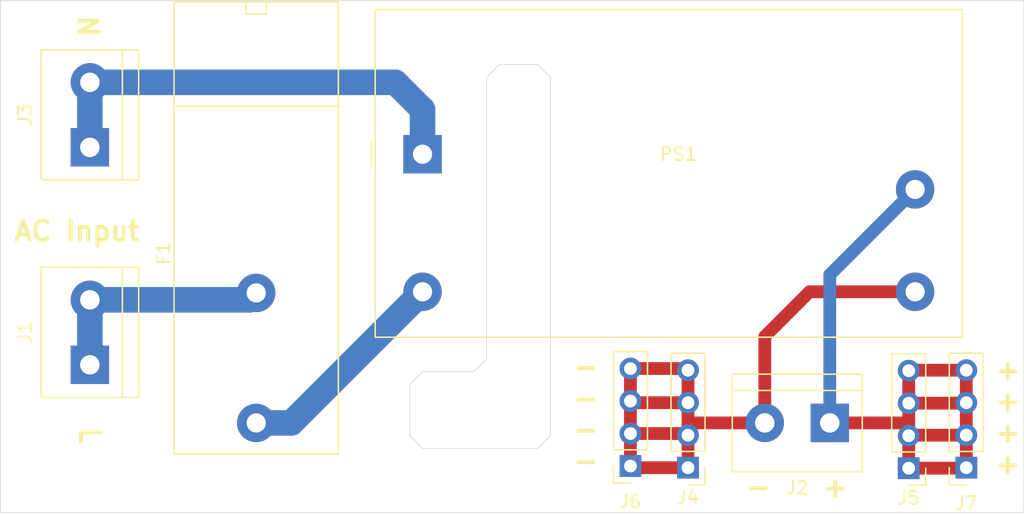
<source format=kicad_pcb>
(kicad_pcb (version 20171130) (host pcbnew 5.1.2)

  (general
    (thickness 1.6)
    (drawings 24)
    (tracks 39)
    (zones 0)
    (modules 9)
    (nets 6)
  )

  (page A4)
  (layers
    (0 F.Cu signal)
    (31 B.Cu signal)
    (32 B.Adhes user)
    (33 F.Adhes user)
    (34 B.Paste user)
    (35 F.Paste user)
    (36 B.SilkS user)
    (37 F.SilkS user)
    (38 B.Mask user)
    (39 F.Mask user)
    (40 Dwgs.User user)
    (41 Cmts.User user)
    (42 Eco1.User user)
    (43 Eco2.User user)
    (44 Edge.Cuts user)
    (45 Margin user)
    (46 B.CrtYd user)
    (47 F.CrtYd user)
    (48 B.Fab user)
    (49 F.Fab user hide)
  )

  (setup
    (last_trace_width 1)
    (trace_clearance 1)
    (zone_clearance 0.508)
    (zone_45_only no)
    (trace_min 0.2)
    (via_size 0.8)
    (via_drill 0.4)
    (via_min_size 0.4)
    (via_min_drill 0.3)
    (uvia_size 0.3)
    (uvia_drill 0.1)
    (uvias_allowed no)
    (uvia_min_size 0.2)
    (uvia_min_drill 0.1)
    (edge_width 0.05)
    (segment_width 0.2)
    (pcb_text_width 0.3)
    (pcb_text_size 1.5 1.5)
    (mod_edge_width 0.12)
    (mod_text_size 1 1)
    (mod_text_width 0.15)
    (pad_size 3 3)
    (pad_drill 1.5)
    (pad_to_mask_clearance 0.051)
    (solder_mask_min_width 0.25)
    (aux_axis_origin 0 0)
    (visible_elements 7FFFFFFF)
    (pcbplotparams
      (layerselection 0x010fc_ffffffff)
      (usegerberextensions false)
      (usegerberattributes false)
      (usegerberadvancedattributes false)
      (creategerberjobfile false)
      (excludeedgelayer true)
      (linewidth 0.100000)
      (plotframeref false)
      (viasonmask false)
      (mode 1)
      (useauxorigin false)
      (hpglpennumber 1)
      (hpglpenspeed 20)
      (hpglpendiameter 15.000000)
      (psnegative false)
      (psa4output false)
      (plotreference true)
      (plotvalue true)
      (plotinvisibletext false)
      (padsonsilk false)
      (subtractmaskfromsilk false)
      (outputformat 1)
      (mirror false)
      (drillshape 0)
      (scaleselection 1)
      (outputdirectory "./"))
  )

  (net 0 "")
  (net 1 /L)
  (net 2 /+5V)
  (net 3 /GND)
  (net 4 /N)
  (net 5 /L_F)

  (net_class Default "This is the default net class."
    (clearance 1)
    (trace_width 1)
    (via_dia 0.8)
    (via_drill 0.4)
    (uvia_dia 0.3)
    (uvia_drill 0.1)
    (add_net /+5V)
    (add_net /GND)
  )

  (net_class 230V ""
    (clearance 2.54)
    (trace_width 2)
    (via_dia 0.8)
    (via_drill 0.4)
    (uvia_dia 0.3)
    (uvia_drill 0.1)
    (add_net /L)
    (add_net /L_F)
    (add_net /N)
  )

  (module Converter_ACDC:Converter_ACDC_MeanWell_IRM-05-xx_THT (layer F.Cu) (tedit 5AEF7D42) (tstamp 5CA2BB9A)
    (at 103 52)
    (descr http://www.meanwell.com/webapp/product/search.aspx?prod=IRM-05)
    (tags "ACDC-Converter 5W   Meanwell IRM-05")
    (path /5CA136E3)
    (fp_text reference PS1 (at 20 0) (layer F.SilkS)
      (effects (font (size 1 1) (thickness 0.15)))
    )
    (fp_text value IRM-05-5 (at 21.7 15.6) (layer F.Fab)
      (effects (font (size 1 1) (thickness 0.15)))
    )
    (fp_line (start -4 -1) (end -4 1) (layer F.SilkS) (width 0.12))
    (fp_line (start 42.2 -11.3) (end 42.2 14.3) (layer F.SilkS) (width 0.12))
    (fp_line (start -3.7 -11.3) (end 42.2 -11.3) (layer F.SilkS) (width 0.12))
    (fp_line (start -3.6 14.2) (end 42.1 14.2) (layer F.Fab) (width 0.1))
    (fp_line (start 42.1 -11.2) (end -3.6 -11.2) (layer F.Fab) (width 0.1))
    (fp_line (start -3.85 -11.45) (end -3.85 14.45) (layer F.CrtYd) (width 0.05))
    (fp_text user %R (at 22.42 0.48) (layer F.Fab)
      (effects (font (size 1 1) (thickness 0.15)))
    )
    (fp_line (start -3.6 -11.2) (end -3.6 14.2) (layer F.Fab) (width 0.1))
    (fp_line (start -3.7 14.3) (end 42.2 14.3) (layer F.SilkS) (width 0.12))
    (fp_line (start -3.7 -11.3) (end -3.7 14.3) (layer F.SilkS) (width 0.12))
    (fp_line (start 42.1 -11.2) (end 42.1 14.2) (layer F.Fab) (width 0.1))
    (fp_line (start -3.85 14.45) (end 42.35 14.45) (layer F.CrtYd) (width 0.05))
    (fp_line (start -3.85 -11.45) (end 42.35 -11.45) (layer F.CrtYd) (width 0.05))
    (fp_line (start 42.35 -11.45) (end 42.35 14.45) (layer F.CrtYd) (width 0.05))
    (fp_line (start -2.6 0) (end -3.6 -1) (layer F.Fab) (width 0.1))
    (fp_line (start -2.6 0) (end -3.6 1) (layer F.Fab) (width 0.1))
    (pad 3 thru_hole circle (at 38.5 10.75) (size 3 3) (drill 1.5) (layers *.Cu *.Mask)
      (net 3 /GND))
    (pad 2 thru_hole circle (at 0 10.75) (size 3 3) (drill 1.5) (layers *.Cu *.Mask)
      (net 5 /L_F))
    (pad 4 thru_hole circle (at 38.5 2.75) (size 3 3) (drill 1.5) (layers *.Cu *.Mask)
      (net 2 /+5V))
    (pad 1 thru_hole rect (at 0 0) (size 3 3) (drill 1.5) (layers *.Cu *.Mask)
      (net 4 /N))
    (model ${KISYS3DMOD}/Converter_ACDC.3dshapes/Converter_ACDC_MeanWell_IRM-05-xx_THT.wrl
      (at (xyz 0 0 0))
      (scale (xyz 1 1 1))
      (rotate (xyz 0 0 0))
    )
  )

  (module Fuse:Fuseholder_Cylinder-5x20mm_Bulgin_FX0457_Horizontal_Closed (layer F.Cu) (tedit 5CCAE6BC) (tstamp 5CA2B92C)
    (at 90 73 90)
    (descr "Fuseholder, 5x20, closed, horizontal, Bulgin, FX0457, Sicherungshalter,")
    (tags "Fuseholder 5x20 closed horizontal Bulgin FX0457 Sicherungshalter ")
    (path /5CA2E1A3)
    (fp_text reference F1 (at 13.25 -7.25 90) (layer F.SilkS)
      (effects (font (size 1 1) (thickness 0.15)))
    )
    (fp_text value Fuse (at 13.25 7.5 90) (layer F.Fab)
      (effects (font (size 1 1) (thickness 0.15)))
    )
    (fp_text user %R (at 13.25 5.5 90) (layer F.Fab)
      (effects (font (size 1 1) (thickness 0.15)))
    )
    (fp_line (start 32.85 -0.8) (end 31.95 -0.8) (layer F.SilkS) (width 0.12))
    (fp_line (start 31.95 -0.8) (end 31.95 0.8) (layer F.SilkS) (width 0.12))
    (fp_line (start 31.95 0.8) (end 32.85 0.8) (layer F.SilkS) (width 0.12))
    (fp_line (start 24.75 -6.4) (end 24.75 6.4) (layer F.SilkS) (width 0.12))
    (fp_line (start 32.78 -0.8) (end 31.98 -0.8) (layer F.Fab) (width 0.1))
    (fp_line (start 31.98 -0.8) (end 31.98 0.8) (layer F.Fab) (width 0.1))
    (fp_line (start 31.98 0.8) (end 32.78 0.8) (layer F.Fab) (width 0.1))
    (fp_line (start 24.78 6.3) (end 24.78 -6.3) (layer F.Fab) (width 0.1))
    (fp_line (start 32.78 -6.3) (end -2.32 -6.3) (layer F.Fab) (width 0.1))
    (fp_line (start 32.78 6.3) (end 32.78 -6.3) (layer F.Fab) (width 0.1))
    (fp_line (start -2.32 6.3) (end 32.78 6.3) (layer F.Fab) (width 0.1))
    (fp_line (start -2.32 6.3) (end -2.32 -6.3) (layer F.Fab) (width 0.1))
    (fp_line (start -2.57 -6.55) (end 33.03 -6.55) (layer F.CrtYd) (width 0.05))
    (fp_line (start -2.57 -6.55) (end -2.57 6.55) (layer F.CrtYd) (width 0.05))
    (fp_line (start 33.03 6.55) (end 33.03 -6.55) (layer F.CrtYd) (width 0.05))
    (fp_line (start 33.03 6.55) (end -2.57 6.55) (layer F.CrtYd) (width 0.05))
    (fp_line (start -2.44 -6.42) (end 32.9 -6.42) (layer F.SilkS) (width 0.12))
    (fp_line (start -2.44 -6.42) (end -2.44 6.42) (layer F.SilkS) (width 0.12))
    (fp_line (start 32.9 6.42) (end 32.9 -6.42) (layer F.SilkS) (width 0.12))
    (fp_line (start 32.9 6.42) (end -2.44 6.42) (layer F.SilkS) (width 0.12))
    (pad 2 thru_hole circle (at 10.16 0 90) (size 3 3) (drill 1.5) (layers *.Cu *.Mask)
      (net 1 /L))
    (pad 1 thru_hole circle (at 0 0 90) (size 3 3) (drill 1.5) (layers *.Cu *.Mask)
      (net 5 /L_F))
    (model ${KISYS3DMOD}/Fuse.3dshapes/Fuseholder_Cylinder-5x20mm_Bulgin_FX0457_Horizontal_Closed.wrl
      (at (xyz 0 0 0))
      (scale (xyz 1 1 1))
      (rotate (xyz 0 0 0))
    )
  )

  (module TerminalBlock:TerminalBlock_bornier-2_P5.08mm (layer F.Cu) (tedit 59FF03AB) (tstamp 5CA2B946)
    (at 77 68.46 90)
    (descr "simple 2-pin terminal block, pitch 5.08mm, revamped version of bornier2")
    (tags "terminal block bornier2")
    (path /5CA24E6F)
    (fp_text reference J1 (at 2.54 -5.08 90) (layer F.SilkS)
      (effects (font (size 1 1) (thickness 0.15)))
    )
    (fp_text value L (at 2.54 5.08 90) (layer F.Fab)
      (effects (font (size 1 1) (thickness 0.15)))
    )
    (fp_line (start 7.79 4) (end -2.71 4) (layer F.CrtYd) (width 0.05))
    (fp_line (start 7.79 4) (end 7.79 -4) (layer F.CrtYd) (width 0.05))
    (fp_line (start -2.71 -4) (end -2.71 4) (layer F.CrtYd) (width 0.05))
    (fp_line (start -2.71 -4) (end 7.79 -4) (layer F.CrtYd) (width 0.05))
    (fp_line (start -2.54 3.81) (end 7.62 3.81) (layer F.SilkS) (width 0.12))
    (fp_line (start -2.54 -3.81) (end -2.54 3.81) (layer F.SilkS) (width 0.12))
    (fp_line (start 7.62 -3.81) (end -2.54 -3.81) (layer F.SilkS) (width 0.12))
    (fp_line (start 7.62 3.81) (end 7.62 -3.81) (layer F.SilkS) (width 0.12))
    (fp_line (start 7.62 2.54) (end -2.54 2.54) (layer F.SilkS) (width 0.12))
    (fp_line (start 7.54 -3.75) (end -2.46 -3.75) (layer F.Fab) (width 0.1))
    (fp_line (start 7.54 3.75) (end 7.54 -3.75) (layer F.Fab) (width 0.1))
    (fp_line (start -2.46 3.75) (end 7.54 3.75) (layer F.Fab) (width 0.1))
    (fp_line (start -2.46 -3.75) (end -2.46 3.75) (layer F.Fab) (width 0.1))
    (fp_line (start -2.41 2.55) (end 7.49 2.55) (layer F.Fab) (width 0.1))
    (fp_text user %R (at 2.54 0 90) (layer F.Fab)
      (effects (font (size 1 1) (thickness 0.15)))
    )
    (pad 2 thru_hole circle (at 5.08 0 90) (size 3 3) (drill 1.52) (layers *.Cu *.Mask)
      (net 1 /L))
    (pad 1 thru_hole rect (at 0 0 90) (size 3 3) (drill 1.52) (layers *.Cu *.Mask)
      (net 1 /L))
    (model ${KISYS3DMOD}/TerminalBlock.3dshapes/TerminalBlock_bornier-2_P5.08mm.wrl
      (offset (xyz 2.539999961853027 0 0))
      (scale (xyz 1 1 1))
      (rotate (xyz 0 0 0))
    )
  )

  (module TerminalBlock:TerminalBlock_bornier-2_P5.08mm (layer F.Cu) (tedit 59FF03AB) (tstamp 5CA2B95A)
    (at 134.83 73 180)
    (descr "simple 2-pin terminal block, pitch 5.08mm, revamped version of bornier2")
    (tags "terminal block bornier2")
    (path /5CA17CBD)
    (fp_text reference J2 (at 2.54 -5.08 180) (layer F.SilkS)
      (effects (font (size 1 1) (thickness 0.15)))
    )
    (fp_text value Vout (at 2.54 5.08 180) (layer F.Fab)
      (effects (font (size 1 1) (thickness 0.15)))
    )
    (fp_text user %R (at 2.54 0 180) (layer F.Fab)
      (effects (font (size 1 1) (thickness 0.15)))
    )
    (fp_line (start -2.41 2.55) (end 7.49 2.55) (layer F.Fab) (width 0.1))
    (fp_line (start -2.46 -3.75) (end -2.46 3.75) (layer F.Fab) (width 0.1))
    (fp_line (start -2.46 3.75) (end 7.54 3.75) (layer F.Fab) (width 0.1))
    (fp_line (start 7.54 3.75) (end 7.54 -3.75) (layer F.Fab) (width 0.1))
    (fp_line (start 7.54 -3.75) (end -2.46 -3.75) (layer F.Fab) (width 0.1))
    (fp_line (start 7.62 2.54) (end -2.54 2.54) (layer F.SilkS) (width 0.12))
    (fp_line (start 7.62 3.81) (end 7.62 -3.81) (layer F.SilkS) (width 0.12))
    (fp_line (start 7.62 -3.81) (end -2.54 -3.81) (layer F.SilkS) (width 0.12))
    (fp_line (start -2.54 -3.81) (end -2.54 3.81) (layer F.SilkS) (width 0.12))
    (fp_line (start -2.54 3.81) (end 7.62 3.81) (layer F.SilkS) (width 0.12))
    (fp_line (start -2.71 -4) (end 7.79 -4) (layer F.CrtYd) (width 0.05))
    (fp_line (start -2.71 -4) (end -2.71 4) (layer F.CrtYd) (width 0.05))
    (fp_line (start 7.79 4) (end 7.79 -4) (layer F.CrtYd) (width 0.05))
    (fp_line (start 7.79 4) (end -2.71 4) (layer F.CrtYd) (width 0.05))
    (pad 1 thru_hole rect (at 0 0 180) (size 3 3) (drill 1.52) (layers *.Cu *.Mask)
      (net 2 /+5V))
    (pad 2 thru_hole circle (at 5.08 0 180) (size 3 3) (drill 1.52) (layers *.Cu *.Mask)
      (net 3 /GND))
    (model ${KISYS3DMOD}/TerminalBlock.3dshapes/TerminalBlock_bornier-2_P5.08mm.wrl
      (offset (xyz 2.539999961853027 0 0))
      (scale (xyz 1 1 1))
      (rotate (xyz 0 0 0))
    )
  )

  (module TerminalBlock:TerminalBlock_bornier-2_P5.08mm (layer F.Cu) (tedit 59FF03AB) (tstamp 5CA2B96E)
    (at 77 51.46 90)
    (descr "simple 2-pin terminal block, pitch 5.08mm, revamped version of bornier2")
    (tags "terminal block bornier2")
    (path /5CA261E3)
    (fp_text reference J3 (at 2.54 -5.08 90) (layer F.SilkS)
      (effects (font (size 1 1) (thickness 0.15)))
    )
    (fp_text value N (at 2.54 5.08 90) (layer F.Fab)
      (effects (font (size 1 1) (thickness 0.15)))
    )
    (fp_text user %R (at 2.54 0 90) (layer F.Fab)
      (effects (font (size 1 1) (thickness 0.15)))
    )
    (fp_line (start -2.41 2.55) (end 7.49 2.55) (layer F.Fab) (width 0.1))
    (fp_line (start -2.46 -3.75) (end -2.46 3.75) (layer F.Fab) (width 0.1))
    (fp_line (start -2.46 3.75) (end 7.54 3.75) (layer F.Fab) (width 0.1))
    (fp_line (start 7.54 3.75) (end 7.54 -3.75) (layer F.Fab) (width 0.1))
    (fp_line (start 7.54 -3.75) (end -2.46 -3.75) (layer F.Fab) (width 0.1))
    (fp_line (start 7.62 2.54) (end -2.54 2.54) (layer F.SilkS) (width 0.12))
    (fp_line (start 7.62 3.81) (end 7.62 -3.81) (layer F.SilkS) (width 0.12))
    (fp_line (start 7.62 -3.81) (end -2.54 -3.81) (layer F.SilkS) (width 0.12))
    (fp_line (start -2.54 -3.81) (end -2.54 3.81) (layer F.SilkS) (width 0.12))
    (fp_line (start -2.54 3.81) (end 7.62 3.81) (layer F.SilkS) (width 0.12))
    (fp_line (start -2.71 -4) (end 7.79 -4) (layer F.CrtYd) (width 0.05))
    (fp_line (start -2.71 -4) (end -2.71 4) (layer F.CrtYd) (width 0.05))
    (fp_line (start 7.79 4) (end 7.79 -4) (layer F.CrtYd) (width 0.05))
    (fp_line (start 7.79 4) (end -2.71 4) (layer F.CrtYd) (width 0.05))
    (pad 1 thru_hole rect (at 0 0 90) (size 3 3) (drill 1.52) (layers *.Cu *.Mask)
      (net 4 /N))
    (pad 2 thru_hole circle (at 5.08 0 90) (size 3 3) (drill 1.52) (layers *.Cu *.Mask)
      (net 4 /N))
    (model ${KISYS3DMOD}/TerminalBlock.3dshapes/TerminalBlock_bornier-2_P5.08mm.wrl
      (offset (xyz 2.539999961853027 0 0))
      (scale (xyz 1 1 1))
      (rotate (xyz 0 0 0))
    )
  )

  (module Connector_PinHeader_2.54mm:PinHeader_1x04_P2.54mm_Vertical (layer F.Cu) (tedit 59FED5CC) (tstamp 5CBB5619)
    (at 123.75 76.5 180)
    (descr "Through hole straight pin header, 1x04, 2.54mm pitch, single row")
    (tags "Through hole pin header THT 1x04 2.54mm single row")
    (path /5CA31266)
    (fp_text reference J4 (at 0 -2.33 180) (layer F.SilkS)
      (effects (font (size 1 1) (thickness 0.15)))
    )
    (fp_text value 1x4 (at 0 9.95 180) (layer F.Fab)
      (effects (font (size 1 1) (thickness 0.15)))
    )
    (fp_text user %R (at 0 3.81 270) (layer F.Fab)
      (effects (font (size 1 1) (thickness 0.15)))
    )
    (fp_line (start 1.8 -1.8) (end -1.8 -1.8) (layer F.CrtYd) (width 0.05))
    (fp_line (start 1.8 9.4) (end 1.8 -1.8) (layer F.CrtYd) (width 0.05))
    (fp_line (start -1.8 9.4) (end 1.8 9.4) (layer F.CrtYd) (width 0.05))
    (fp_line (start -1.8 -1.8) (end -1.8 9.4) (layer F.CrtYd) (width 0.05))
    (fp_line (start -1.33 -1.33) (end 0 -1.33) (layer F.SilkS) (width 0.12))
    (fp_line (start -1.33 0) (end -1.33 -1.33) (layer F.SilkS) (width 0.12))
    (fp_line (start -1.33 1.27) (end 1.33 1.27) (layer F.SilkS) (width 0.12))
    (fp_line (start 1.33 1.27) (end 1.33 8.95) (layer F.SilkS) (width 0.12))
    (fp_line (start -1.33 1.27) (end -1.33 8.95) (layer F.SilkS) (width 0.12))
    (fp_line (start -1.33 8.95) (end 1.33 8.95) (layer F.SilkS) (width 0.12))
    (fp_line (start -1.27 -0.635) (end -0.635 -1.27) (layer F.Fab) (width 0.1))
    (fp_line (start -1.27 8.89) (end -1.27 -0.635) (layer F.Fab) (width 0.1))
    (fp_line (start 1.27 8.89) (end -1.27 8.89) (layer F.Fab) (width 0.1))
    (fp_line (start 1.27 -1.27) (end 1.27 8.89) (layer F.Fab) (width 0.1))
    (fp_line (start -0.635 -1.27) (end 1.27 -1.27) (layer F.Fab) (width 0.1))
    (pad 4 thru_hole oval (at 0 7.62 180) (size 1.7 1.7) (drill 1) (layers *.Cu *.Mask)
      (net 3 /GND))
    (pad 3 thru_hole oval (at 0 5.08 180) (size 1.7 1.7) (drill 1) (layers *.Cu *.Mask)
      (net 3 /GND))
    (pad 2 thru_hole oval (at 0 2.54 180) (size 1.7 1.7) (drill 1) (layers *.Cu *.Mask)
      (net 3 /GND))
    (pad 1 thru_hole rect (at 0 0 180) (size 1.7 1.7) (drill 1) (layers *.Cu *.Mask)
      (net 3 /GND))
    (model ${KISYS3DMOD}/Connector_PinHeader_2.54mm.3dshapes/PinHeader_1x04_P2.54mm_Vertical.wrl
      (at (xyz 0 0 0))
      (scale (xyz 1 1 1))
      (rotate (xyz 0 0 0))
    )
  )

  (module Connector_PinHeader_2.54mm:PinHeader_1x04_P2.54mm_Vertical (layer F.Cu) (tedit 59FED5CC) (tstamp 5CBB5630)
    (at 141 76.54 180)
    (descr "Through hole straight pin header, 1x04, 2.54mm pitch, single row")
    (tags "Through hole pin header THT 1x04 2.54mm single row")
    (path /5CA2F021)
    (fp_text reference J5 (at 0 -2.33 180) (layer F.SilkS)
      (effects (font (size 1 1) (thickness 0.15)))
    )
    (fp_text value 1x4 (at 0 9.95 180) (layer F.Fab)
      (effects (font (size 1 1) (thickness 0.15)))
    )
    (fp_line (start -0.635 -1.27) (end 1.27 -1.27) (layer F.Fab) (width 0.1))
    (fp_line (start 1.27 -1.27) (end 1.27 8.89) (layer F.Fab) (width 0.1))
    (fp_line (start 1.27 8.89) (end -1.27 8.89) (layer F.Fab) (width 0.1))
    (fp_line (start -1.27 8.89) (end -1.27 -0.635) (layer F.Fab) (width 0.1))
    (fp_line (start -1.27 -0.635) (end -0.635 -1.27) (layer F.Fab) (width 0.1))
    (fp_line (start -1.33 8.95) (end 1.33 8.95) (layer F.SilkS) (width 0.12))
    (fp_line (start -1.33 1.27) (end -1.33 8.95) (layer F.SilkS) (width 0.12))
    (fp_line (start 1.33 1.27) (end 1.33 8.95) (layer F.SilkS) (width 0.12))
    (fp_line (start -1.33 1.27) (end 1.33 1.27) (layer F.SilkS) (width 0.12))
    (fp_line (start -1.33 0) (end -1.33 -1.33) (layer F.SilkS) (width 0.12))
    (fp_line (start -1.33 -1.33) (end 0 -1.33) (layer F.SilkS) (width 0.12))
    (fp_line (start -1.8 -1.8) (end -1.8 9.4) (layer F.CrtYd) (width 0.05))
    (fp_line (start -1.8 9.4) (end 1.8 9.4) (layer F.CrtYd) (width 0.05))
    (fp_line (start 1.8 9.4) (end 1.8 -1.8) (layer F.CrtYd) (width 0.05))
    (fp_line (start 1.8 -1.8) (end -1.8 -1.8) (layer F.CrtYd) (width 0.05))
    (fp_text user %R (at 0 3.81 270) (layer F.Fab)
      (effects (font (size 1 1) (thickness 0.15)))
    )
    (pad 1 thru_hole rect (at 0 0 180) (size 1.7 1.7) (drill 1) (layers *.Cu *.Mask)
      (net 2 /+5V))
    (pad 2 thru_hole oval (at 0 2.54 180) (size 1.7 1.7) (drill 1) (layers *.Cu *.Mask)
      (net 2 /+5V))
    (pad 3 thru_hole oval (at 0 5.08 180) (size 1.7 1.7) (drill 1) (layers *.Cu *.Mask)
      (net 2 /+5V))
    (pad 4 thru_hole oval (at 0 7.62 180) (size 1.7 1.7) (drill 1) (layers *.Cu *.Mask)
      (net 2 /+5V))
    (model ${KISYS3DMOD}/Connector_PinHeader_2.54mm.3dshapes/PinHeader_1x04_P2.54mm_Vertical.wrl
      (at (xyz 0 0 0))
      (scale (xyz 1 1 1))
      (rotate (xyz 0 0 0))
    )
  )

  (module Connector_PinSocket_2.54mm:PinSocket_1x04_P2.54mm_Vertical (layer F.Cu) (tedit 5A19A429) (tstamp 5CBB565E)
    (at 119.25 76.37 180)
    (descr "Through hole straight socket strip, 1x04, 2.54mm pitch, single row (from Kicad 4.0.7), script generated")
    (tags "Through hole socket strip THT 1x04 2.54mm single row")
    (path /5CBB959B)
    (fp_text reference J6 (at 0 -2.77 180) (layer F.SilkS)
      (effects (font (size 1 1) (thickness 0.15)))
    )
    (fp_text value 1x4 (at 0 10.39 180) (layer F.Fab)
      (effects (font (size 1 1) (thickness 0.15)))
    )
    (fp_text user %R (at 0 3.81 270) (layer F.Fab)
      (effects (font (size 1 1) (thickness 0.15)))
    )
    (fp_line (start -1.8 9.4) (end -1.8 -1.8) (layer F.CrtYd) (width 0.05))
    (fp_line (start 1.75 9.4) (end -1.8 9.4) (layer F.CrtYd) (width 0.05))
    (fp_line (start 1.75 -1.8) (end 1.75 9.4) (layer F.CrtYd) (width 0.05))
    (fp_line (start -1.8 -1.8) (end 1.75 -1.8) (layer F.CrtYd) (width 0.05))
    (fp_line (start 0 -1.33) (end 1.33 -1.33) (layer F.SilkS) (width 0.12))
    (fp_line (start 1.33 -1.33) (end 1.33 0) (layer F.SilkS) (width 0.12))
    (fp_line (start 1.33 1.27) (end 1.33 8.95) (layer F.SilkS) (width 0.12))
    (fp_line (start -1.33 8.95) (end 1.33 8.95) (layer F.SilkS) (width 0.12))
    (fp_line (start -1.33 1.27) (end -1.33 8.95) (layer F.SilkS) (width 0.12))
    (fp_line (start -1.33 1.27) (end 1.33 1.27) (layer F.SilkS) (width 0.12))
    (fp_line (start -1.27 8.89) (end -1.27 -1.27) (layer F.Fab) (width 0.1))
    (fp_line (start 1.27 8.89) (end -1.27 8.89) (layer F.Fab) (width 0.1))
    (fp_line (start 1.27 -0.635) (end 1.27 8.89) (layer F.Fab) (width 0.1))
    (fp_line (start 0.635 -1.27) (end 1.27 -0.635) (layer F.Fab) (width 0.1))
    (fp_line (start -1.27 -1.27) (end 0.635 -1.27) (layer F.Fab) (width 0.1))
    (pad 4 thru_hole oval (at 0 7.62 180) (size 1.7 1.7) (drill 1) (layers *.Cu *.Mask)
      (net 3 /GND))
    (pad 3 thru_hole oval (at 0 5.08 180) (size 1.7 1.7) (drill 1) (layers *.Cu *.Mask)
      (net 3 /GND))
    (pad 2 thru_hole oval (at 0 2.54 180) (size 1.7 1.7) (drill 1) (layers *.Cu *.Mask)
      (net 3 /GND))
    (pad 1 thru_hole rect (at 0 0 180) (size 1.7 1.7) (drill 1) (layers *.Cu *.Mask)
      (net 3 /GND))
    (model ${KISYS3DMOD}/Connector_PinSocket_2.54mm.3dshapes/PinSocket_1x04_P2.54mm_Vertical.wrl
      (at (xyz 0 0 0))
      (scale (xyz 1 1 1))
      (rotate (xyz 0 0 0))
    )
  )

  (module Connector_PinSocket_2.54mm:PinSocket_1x04_P2.54mm_Vertical (layer F.Cu) (tedit 5A19A429) (tstamp 5CBB5676)
    (at 145.5 76.5 180)
    (descr "Through hole straight socket strip, 1x04, 2.54mm pitch, single row (from Kicad 4.0.7), script generated")
    (tags "Through hole socket strip THT 1x04 2.54mm single row")
    (path /5CBB5F4F)
    (fp_text reference J7 (at 0 -2.77 180) (layer F.SilkS)
      (effects (font (size 1 1) (thickness 0.15)))
    )
    (fp_text value 1x4 (at 0 10.39 180) (layer F.Fab)
      (effects (font (size 1 1) (thickness 0.15)))
    )
    (fp_line (start -1.27 -1.27) (end 0.635 -1.27) (layer F.Fab) (width 0.1))
    (fp_line (start 0.635 -1.27) (end 1.27 -0.635) (layer F.Fab) (width 0.1))
    (fp_line (start 1.27 -0.635) (end 1.27 8.89) (layer F.Fab) (width 0.1))
    (fp_line (start 1.27 8.89) (end -1.27 8.89) (layer F.Fab) (width 0.1))
    (fp_line (start -1.27 8.89) (end -1.27 -1.27) (layer F.Fab) (width 0.1))
    (fp_line (start -1.33 1.27) (end 1.33 1.27) (layer F.SilkS) (width 0.12))
    (fp_line (start -1.33 1.27) (end -1.33 8.95) (layer F.SilkS) (width 0.12))
    (fp_line (start -1.33 8.95) (end 1.33 8.95) (layer F.SilkS) (width 0.12))
    (fp_line (start 1.33 1.27) (end 1.33 8.95) (layer F.SilkS) (width 0.12))
    (fp_line (start 1.33 -1.33) (end 1.33 0) (layer F.SilkS) (width 0.12))
    (fp_line (start 0 -1.33) (end 1.33 -1.33) (layer F.SilkS) (width 0.12))
    (fp_line (start -1.8 -1.8) (end 1.75 -1.8) (layer F.CrtYd) (width 0.05))
    (fp_line (start 1.75 -1.8) (end 1.75 9.4) (layer F.CrtYd) (width 0.05))
    (fp_line (start 1.75 9.4) (end -1.8 9.4) (layer F.CrtYd) (width 0.05))
    (fp_line (start -1.8 9.4) (end -1.8 -1.8) (layer F.CrtYd) (width 0.05))
    (fp_text user %R (at 0 3.81 270) (layer F.Fab)
      (effects (font (size 1 1) (thickness 0.15)))
    )
    (pad 1 thru_hole rect (at 0 0 180) (size 1.7 1.7) (drill 1) (layers *.Cu *.Mask)
      (net 2 /+5V))
    (pad 2 thru_hole oval (at 0 2.54 180) (size 1.7 1.7) (drill 1) (layers *.Cu *.Mask)
      (net 2 /+5V))
    (pad 3 thru_hole oval (at 0 5.08 180) (size 1.7 1.7) (drill 1) (layers *.Cu *.Mask)
      (net 2 /+5V))
    (pad 4 thru_hole oval (at 0 7.62 180) (size 1.7 1.7) (drill 1) (layers *.Cu *.Mask)
      (net 2 /+5V))
    (model ${KISYS3DMOD}/Connector_PinSocket_2.54mm.3dshapes/PinSocket_1x04_P2.54mm_Vertical.wrl
      (at (xyz 0 0 0))
      (scale (xyz 1 1 1))
      (rotate (xyz 0 0 0))
    )
  )

  (gr_line (start 113 46) (end 113 74) (layer Edge.Cuts) (width 0.05) (tstamp 5CBB5BB4))
  (gr_line (start 112 45) (end 113 46) (layer Edge.Cuts) (width 0.05))
  (gr_line (start 109 45) (end 112 45) (layer Edge.Cuts) (width 0.05))
  (gr_line (start 108 46) (end 109 45) (layer Edge.Cuts) (width 0.05))
  (gr_line (start 108 68) (end 108 46) (layer Edge.Cuts) (width 0.05))
  (gr_line (start 107 69) (end 103 69) (layer Edge.Cuts) (width 0.05) (tstamp 5CBB5BB3))
  (gr_line (start 108 68) (end 107 69) (layer Edge.Cuts) (width 0.05))
  (gr_line (start 102 70) (end 103 69) (layer Edge.Cuts) (width 0.05))
  (gr_line (start 102 74) (end 102 70) (layer Edge.Cuts) (width 0.05))
  (gr_line (start 103 75) (end 102 74) (layer Edge.Cuts) (width 0.05))
  (gr_line (start 104 75) (end 103 75) (layer Edge.Cuts) (width 0.05))
  (gr_line (start 112 75) (end 104 75) (layer Edge.Cuts) (width 0.05))
  (gr_line (start 113 74) (end 112 75) (layer Edge.Cuts) (width 0.05))
  (gr_text + (at 135.25 78.25 180) (layer F.SilkS) (tstamp 5CBB5ABA)
    (effects (font (size 1.524 1.524) (thickness 0.3048)))
  )
  (gr_text - (at 129.25 78) (layer F.SilkS) (tstamp 5CBB5AAC)
    (effects (font (size 1.524 1.524) (thickness 0.3048)))
  )
  (gr_line (start 150 80) (end 70 80) (layer Edge.Cuts) (width 0.05) (tstamp 5CBB5909))
  (gr_line (start 150 40) (end 70 40) (layer Edge.Cuts) (width 0.05) (tstamp 5CBB5908))
  (gr_line (start 150 40) (end 150 80) (layer Edge.Cuts) (width 0.05))
  (gr_text L (at 77 74 270) (layer F.SilkS) (tstamp 5CA2BEC5)
    (effects (font (size 1.524 1.524) (thickness 0.3048)))
  )
  (gr_text N (at 77 42 90) (layer F.SilkS) (tstamp 5CA2BEC0)
    (effects (font (size 1.524 1.524) (thickness 0.3048)))
  )
  (gr_line (start 70 80) (end 70 40) (layer Edge.Cuts) (width 0.05) (tstamp 5CA11D31))
  (gr_text "+\n+\n+\n+" (at 148.75 72.75 180) (layer F.SilkS) (tstamp 5CA11BB8)
    (effects (font (size 1.524 1.524) (thickness 0.3048)))
  )
  (gr_text "-\n-\n-\n-" (at 115.75 72.5 180) (layer F.SilkS) (tstamp 5CA11BBB)
    (effects (font (size 1.524 1.524) (thickness 0.3048)))
  )
  (gr_text "AC Input" (at 76 58) (layer F.SilkS) (tstamp 5CA11BB5)
    (effects (font (size 1.524 1.524) (thickness 0.3048)))
  )

  (segment (start 77 68.46) (end 77 63.38) (width 2) (layer B.Cu) (net 1))
  (segment (start 89.46 63.38) (end 90 62.84) (width 2) (layer B.Cu) (net 1))
  (segment (start 77 63.38) (end 89.46 63.38) (width 2) (layer B.Cu) (net 1))
  (segment (start 141.04 68.88) (end 141 68.92) (width 1) (layer F.Cu) (net 2))
  (segment (start 145.5 68.88) (end 141.04 68.88) (width 1) (layer F.Cu) (net 2))
  (segment (start 145.46 71.46) (end 145.5 71.42) (width 1) (layer F.Cu) (net 2))
  (segment (start 141 71.46) (end 145.46 71.46) (width 1) (layer F.Cu) (net 2))
  (segment (start 141.04 73.96) (end 141 74) (width 1) (layer F.Cu) (net 2))
  (segment (start 145.5 73.96) (end 141.04 73.96) (width 1) (layer F.Cu) (net 2))
  (segment (start 145.46 76.54) (end 145.5 76.5) (width 1) (layer F.Cu) (net 2))
  (segment (start 141 76.54) (end 145.46 76.54) (width 1) (layer F.Cu) (net 2))
  (segment (start 145.5 68.88) (end 145.5 76.5) (width 1) (layer F.Cu) (net 2))
  (segment (start 134.83 73) (end 141 73) (width 1) (layer F.Cu) (net 2))
  (segment (start 141 76.54) (end 141 73) (width 1) (layer F.Cu) (net 2))
  (segment (start 141 73) (end 141 68.92) (width 1) (layer F.Cu) (net 2))
  (segment (start 134.83 61.42) (end 134.83 73) (width 1) (layer B.Cu) (net 2))
  (segment (start 141.5 54.75) (end 134.83 61.42) (width 1) (layer B.Cu) (net 2))
  (segment (start 123.62 68.75) (end 123.75 68.88) (width 1) (layer F.Cu) (net 3))
  (segment (start 119.25 68.75) (end 123.62 68.75) (width 1) (layer F.Cu) (net 3))
  (segment (start 119.38 71.42) (end 119.25 71.29) (width 1) (layer F.Cu) (net 3))
  (segment (start 123.75 71.42) (end 119.38 71.42) (width 1) (layer F.Cu) (net 3))
  (segment (start 123.62 73.83) (end 123.75 73.96) (width 1) (layer F.Cu) (net 3))
  (segment (start 119.25 73.83) (end 123.62 73.83) (width 1) (layer F.Cu) (net 3))
  (segment (start 119.38 76.5) (end 119.25 76.37) (width 1) (layer F.Cu) (net 3))
  (segment (start 123.75 76.5) (end 119.38 76.5) (width 1) (layer F.Cu) (net 3))
  (segment (start 119.25 76.37) (end 119.25 68.75) (width 1) (layer F.Cu) (net 3))
  (segment (start 124 73) (end 123.75 73.25) (width 1) (layer F.Cu) (net 3))
  (segment (start 129.75 73) (end 124 73) (width 1) (layer F.Cu) (net 3))
  (segment (start 123.75 68.88) (end 123.75 73.25) (width 1) (layer F.Cu) (net 3))
  (segment (start 123.75 73.25) (end 123.75 76.5) (width 1) (layer F.Cu) (net 3))
  (segment (start 133.25 62.75) (end 141.5 62.75) (width 1) (layer F.Cu) (net 3))
  (segment (start 129.75 73) (end 129.75 66.25) (width 1) (layer F.Cu) (net 3))
  (segment (start 129.75 66.25) (end 133.25 62.75) (width 1) (layer F.Cu) (net 3))
  (segment (start 77 51.46) (end 77 46.38) (width 2) (layer B.Cu) (net 4))
  (segment (start 103 48.5) (end 103 52) (width 2) (layer B.Cu) (net 4))
  (segment (start 100.88 46.38) (end 103 48.5) (width 2) (layer B.Cu) (net 4))
  (segment (start 77 46.38) (end 100.88 46.38) (width 2) (layer B.Cu) (net 4))
  (segment (start 92.75 73) (end 103 62.75) (width 2) (layer B.Cu) (net 5))
  (segment (start 90 73) (end 92.75 73) (width 2) (layer B.Cu) (net 5))

)

</source>
